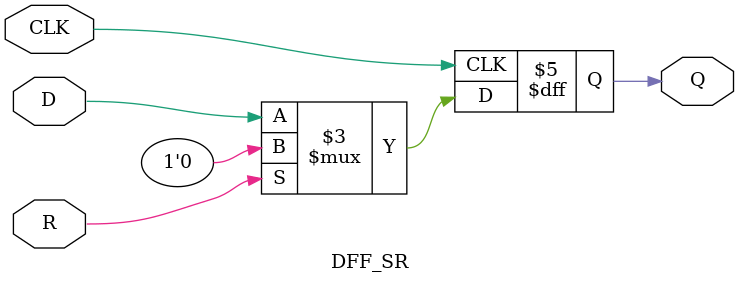
<source format=v>
`timescale 1ns / 1ps


module DFF_SR(
    input D,
    input R,
    input CLK,
    output reg Q
    );
    
    always @ (posedge CLK)begin
        if(R) Q <= 1'b0;
        else Q <= D;
    end
    
endmodule

</source>
